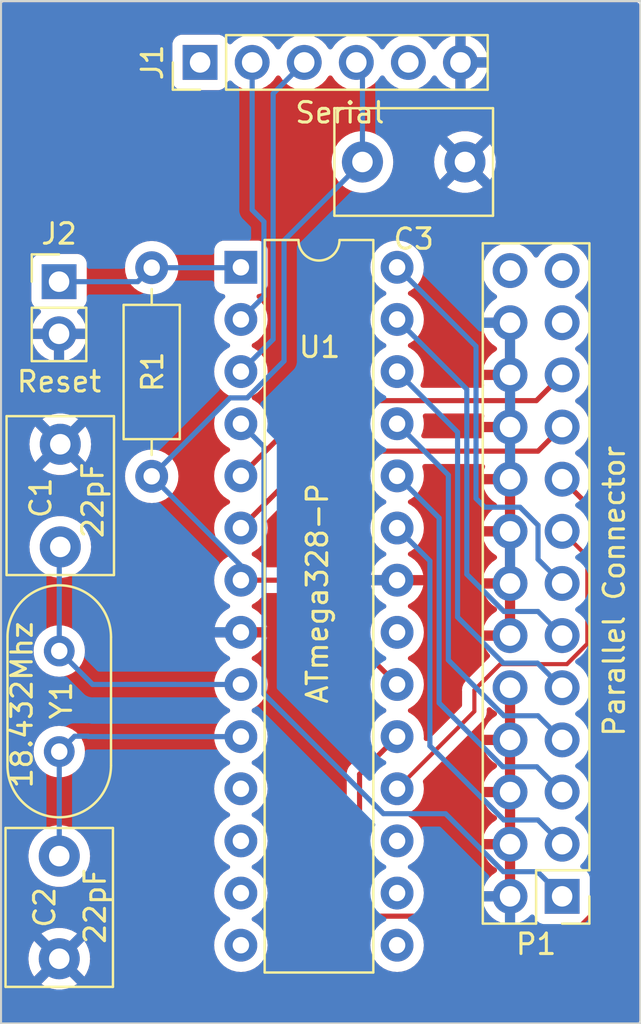
<source format=kicad_pcb>
(kicad_pcb (version 20221018) (generator pcbnew)
  (layers (0 "F.Cu" signal) (31 "B.Cu" signal) (34 "B.Paste" user) (35 "F.Paste" user) (36 "B.SilkS" user "B.Silkscreen") (37 "F.SilkS" user "F.Silkscreen") (38 "B.Mask" user) (39 "F.Mask" user) (44 "Edge.Cuts" user))
  (net 0 "")
  (net 1 "DTR")
  (net 2 "RX")
  (net 3 "TX")
  (net 4 "+5V")
  (net 5 "CTS")
  (net 6 "GND")
  (net 7 "Net-(J2-Pin_1)")
  (net 8 "P_STROBE")
  (net 9 "PD0")
  (net 10 "PD1")
  (net 11 "PD2")
  (net 12 "PD3")
  (net 13 "PD4")
  (net 14 "PD5")
  (net 15 "PD6")
  (net 16 "PD7")
  (net 17 "P_ACK")
  (net 18 "P_BUSY")
  (net 19 "P_PAPER_END")
  (net 21 "P_AUTOFEED")
  (net 22 "Net-(U1-XTAL1{slash}PB6)")
  (net 23 "Net-(U1-XTAL2{slash}PB7)")
  (footprint "Capacitor_THT:C_Disc_D7.5mm_W5.0mm_P5.00mm" (layer "F.Cu") (at 159.54 70.71 180)
    (fp_text reference "C3" (at 2.5 -3.75) (layer "F.SilkS"))
    (fp_text value "0.1uF")
    (fp_line (start -1.37 -2.62) (end -1.37 2.62) (stroke (width 0.12)) (layer "F.SilkS"))
    (fp_line (start -1.37 -2.62) (end 6.37 -2.62) (stroke (width 0.12)) (layer "F.SilkS"))
    (fp_line (start -1.37 2.62) (end 6.37 2.62) (stroke (width 0.12)) (layer "F.SilkS"))
    (fp_line (start 6.37 -2.62) (end 6.37 2.62) (stroke (width 0.12)) (layer "F.SilkS"))
    (pad "1" thru_hole circle (at 0 0 180) (size 2 2) (drill 1) (layers "*.Cu" "*.Mask") (net 6 "GND"))
    (pad "2" thru_hole circle (at 5 0 180) (size 2 2) (drill 1) (layers "*.Cu" "*.Mask") (net 4 "+5V"))
  )
  (footprint "Package_DIP:DIP-28_W7.62mm" (layer "F.Cu") (at 148.61 75.84)
    (fp_text reference "U1" (at 3.84 3.89) (layer "F.SilkS"))
    (fp_text value "ATmega328-P" (at 3.73 15.88 90) (layer "F.SilkS"))
    (fp_line (start 1.16 -1.33) (end 1.16 34.35) (stroke (width 0.12)) (layer "F.SilkS"))
    (fp_line (start 1.16 34.35) (end 6.46 34.35) (stroke (width 0.12)) (layer "F.SilkS"))
    (fp_line (start 2.81 -1.33) (end 1.16 -1.33) (stroke (width 0.12)) (layer "F.SilkS"))
    (fp_line (start 6.46 -1.33) (end 4.81 -1.33) (stroke (width 0.12)) (layer "F.SilkS"))
    (fp_line (start 6.46 34.35) (end 6.46 -1.33) (stroke (width 0.12)) (layer "F.SilkS"))
    (fp_arc (start 4.81 -1.33) (mid 3.81 -0.33) (end 2.81 -1.33) (stroke (width 0.12)) (layer "F.SilkS"))
    (pad "1" thru_hole rect (at 0 0) (size 1.6 1.6) (drill 0.8) (layers "*.Cu" "*.Mask") (net 7 "Net-(J2-Pin_1)"))
    (pad "2" thru_hole oval (at 0 2.54) (size 1.6 1.6) (drill 0.8) (layers "*.Cu" "*.Mask") (net 2 "RX"))
    (pad "3" thru_hole oval (at 0 5.08) (size 1.6 1.6) (drill 0.8) (layers "*.Cu" "*.Mask") (net 3 "TX"))
    (pad "4" thru_hole oval (at 0 7.62) (size 1.6 1.6) (drill 0.8) (layers "*.Cu" "*.Mask") (net 8 "P_STROBE"))
    (pad "5" thru_hole oval (at 0 10.16) (size 1.6 1.6) (drill 0.8) (layers "*.Cu" "*.Mask") (net 18 "P_BUSY"))
    (pad "6" thru_hole oval (at 0 12.7) (size 1.6 1.6) (drill 0.8) (layers "*.Cu" "*.Mask") (net 17 "P_ACK"))
    (pad "7" thru_hole oval (at 0 15.24) (size 1.6 1.6) (drill 0.8) (layers "*.Cu" "*.Mask") (net 4 "+5V"))
    (pad "8" thru_hole oval (at 0 17.78) (size 1.6 1.6) (drill 0.8) (layers "*.Cu" "*.Mask") (net 6 "GND"))
    (pad "9" thru_hole oval (at 0 20.32) (size 1.6 1.6) (drill 0.8) (layers "*.Cu" "*.Mask") (net 22 "Net-(U1-XTAL1{slash}PB6)"))
    (pad "10" thru_hole oval (at 0 22.86) (size 1.6 1.6) (drill 0.8) (layers "*.Cu" "*.Mask") (net 23 "Net-(U1-XTAL2{slash}PB7)"))
    (pad "11" thru_hole oval (at 0 25.4) (size 1.6 1.6) (drill 0.8) (layers "*.Cu" "*.Mask"))
    (pad "12" thru_hole oval (at 0 27.94) (size 1.6 1.6) (drill 0.8) (layers "*.Cu" "*.Mask"))
    (pad "13" thru_hole oval (at 0 30.48) (size 1.6 1.6) (drill 0.8) (layers "*.Cu" "*.Mask"))
    (pad "14" thru_hole oval (at 0 33.02) (size 1.6 1.6) (drill 0.8) (layers "*.Cu" "*.Mask"))
    (pad "15" thru_hole oval (at 7.62 33.02) (size 1.6 1.6) (drill 0.8) (layers "*.Cu" "*.Mask"))
    (pad "16" thru_hole oval (at 7.62 30.48) (size 1.6 1.6) (drill 0.8) (layers "*.Cu" "*.Mask"))
    (pad "17" thru_hole oval (at 7.62 27.94) (size 1.6 1.6) (drill 0.8) (layers "*.Cu" "*.Mask"))
    (pad "18" thru_hole oval (at 7.62 25.4) (size 1.6 1.6) (drill 0.8) (layers "*.Cu" "*.Mask") (net 15 "PD6"))
    (pad "19" thru_hole oval (at 7.62 22.86) (size 1.6 1.6) (drill 0.8) (layers "*.Cu" "*.Mask") (net 16 "PD7"))
    (pad "20" thru_hole oval (at 7.62 20.32) (size 1.6 1.6) (drill 0.8) (layers "*.Cu" "*.Mask") (net 4 "+5V"))
    (pad "21" thru_hole oval (at 7.62 17.78) (size 1.6 1.6) (drill 0.8) (layers "*.Cu" "*.Mask"))
    (pad "22" thru_hole oval (at 7.62 15.24) (size 1.6 1.6) (drill 0.8) (layers "*.Cu" "*.Mask") (net 6 "GND"))
    (pad "23" thru_hole oval (at 7.62 12.7) (size 1.6 1.6) (drill 0.8) (layers "*.Cu" "*.Mask") (net 9 "PD0"))
    (pad "24" thru_hole oval (at 7.62 10.16) (size 1.6 1.6) (drill 0.8) (layers "*.Cu" "*.Mask") (net 10 "PD1"))
    (pad "25" thru_hole oval (at 7.62 7.62) (size 1.6 1.6) (drill 0.8) (layers "*.Cu" "*.Mask") (net 11 "PD2"))
    (pad "26" thru_hole oval (at 7.62 5.08) (size 1.6 1.6) (drill 0.8) (layers "*.Cu" "*.Mask") (net 12 "PD3"))
    (pad "27" thru_hole oval (at 7.62 2.54) (size 1.6 1.6) (drill 0.8) (layers "*.Cu" "*.Mask") (net 13 "PD4"))
    (pad "28" thru_hole oval (at 7.62 0) (size 1.6 1.6) (drill 0.8) (layers "*.Cu" "*.Mask") (net 14 "PD5"))
  )
  (footprint "Resistor_THT:R_Axial_DIN0207_L6.3mm_D2.5mm_P10.16mm_Horizontal" (layer "F.Cu") (at 144.26 86.02 90)
    (fp_text reference "R1" (at 5.09 0.04 90) (layer "F.SilkS"))
    (fp_text value "1k")
    (fp_line (start 1.04 0) (end 1.81 0) (stroke (width 0.12)) (layer "F.SilkS"))
    (fp_line (start 1.81 -1.37) (end 1.81 1.37) (stroke (width 0.12)) (layer "F.SilkS"))
    (fp_line (start 1.81 1.37) (end 8.35 1.37) (stroke (width 0.12)) (layer "F.SilkS"))
    (fp_line (start 8.35 -1.37) (end 1.81 -1.37) (stroke (width 0.12)) (layer "F.SilkS"))
    (fp_line (start 8.35 1.37) (end 8.35 -1.37) (stroke (width 0.12)) (layer "F.SilkS"))
    (fp_line (start 9.12 0) (end 8.35 0) (stroke (width 0.12)) (layer "F.SilkS"))
    (pad "1" thru_hole circle (at 0 0 90) (size 1.6 1.6) (drill 0.8) (layers "*.Cu" "*.Mask") (net 4 "+5V"))
    (pad "2" thru_hole oval (at 10.16 0 90) (size 1.6 1.6) (drill 0.8) (layers "*.Cu" "*.Mask") (net 7 "Net-(J2-Pin_1)"))
  )
  (footprint "Capacitor_THT:C_Disc_D7.5mm_W5.0mm_P5.00mm" (layer "F.Cu") (at 139.8 89.46 90)
    (fp_text reference "C1" (at 2.39 -0.95 90) (layer "F.SilkS"))
    (fp_text value "22pF" (at 2.27 1.59 90) (layer "F.SilkS"))
    (fp_line (start -1.37 -2.62) (end -1.37 2.62) (stroke (width 0.12)) (layer "F.SilkS"))
    (fp_line (start -1.37 -2.62) (end 6.37 -2.62) (stroke (width 0.12)) (layer "F.SilkS"))
    (fp_line (start -1.37 2.62) (end 6.37 2.62) (stroke (width 0.12)) (layer "F.SilkS"))
    (fp_line (start 6.37 -2.62) (end 6.37 2.62) (stroke (width 0.12)) (layer "F.SilkS"))
    (pad "1" thru_hole circle (at 0 0 90) (size 2 2) (drill 1) (layers "*.Cu" "*.Mask") (net 22 "Net-(U1-XTAL1{slash}PB6)"))
    (pad "2" thru_hole circle (at 5 0 90) (size 2 2) (drill 1) (layers "*.Cu" "*.Mask") (net 6 "GND"))
  )
  (footprint "Capacitor_THT:C_Disc_D7.5mm_W5.0mm_P5.00mm" (layer "F.Cu") (at 139.75 104.52 -90)
    (fp_text reference "C2" (at 2.5 0.71 90) (layer "F.SilkS"))
    (fp_text value "22pF" (at 2.43 -1.75 90) (layer "F.SilkS"))
    (fp_line (start -1.37 -2.62) (end -1.37 2.62) (stroke (width 0.12)) (layer "F.SilkS"))
    (fp_line (start -1.37 -2.62) (end 6.37 -2.62) (stroke (width 0.12)) (layer "F.SilkS"))
    (fp_line (start -1.37 2.62) (end 6.37 2.62) (stroke (width 0.12)) (layer "F.SilkS"))
    (fp_line (start 6.37 -2.62) (end 6.37 2.62) (stroke (width 0.12)) (layer "F.SilkS"))
    (pad "1" thru_hole circle (at 0 0 270) (size 2 2) (drill 1) (layers "*.Cu" "*.Mask") (net 23 "Net-(U1-XTAL2{slash}PB7)"))
    (pad "2" thru_hole circle (at 5 0 270) (size 2 2) (drill 1) (layers "*.Cu" "*.Mask") (net 6 "GND"))
  )
  (footprint "Crystal:Crystal_HC18-U_Vertical" (layer "F.Cu") (at 139.75 99.43 90)
    (fp_text reference "Y1" (at 2.49 0.1 90) (layer "F.SilkS"))
    (fp_text value "18.432Mhz" (at 2.28 -1.82 90) (layer "F.SilkS"))
    (fp_line (start -0.675 -2.525) (end 5.575 -2.525) (stroke (width 0.12)) (layer "F.SilkS"))
    (fp_line (start -0.675 2.525) (end 5.575 2.525) (stroke (width 0.12)) (layer "F.SilkS"))
    (fp_arc (start -0.675 2.525) (mid -3.2 0) (end -0.675 -2.525) (stroke (width 0.12)) (layer "F.SilkS"))
    (fp_arc (start 5.575 -2.525) (mid 8.1 0) (end 5.575 2.525) (stroke (width 0.12)) (layer "F.SilkS"))
    (pad "1" thru_hole circle (at 0 0 90) (size 1.5 1.5) (drill 0.8) (layers "*.Cu" "*.Mask") (net 23 "Net-(U1-XTAL2{slash}PB7)"))
    (pad "2" thru_hole circle (at 4.9 0 90) (size 1.5 1.5) (drill 0.8) (layers "*.Cu" "*.Mask") (net 22 "Net-(U1-XTAL1{slash}PB6)"))
  )
  (footprint "Connector_PinHeader_2.54mm:PinHeader_1x02_P2.54mm_Vertical" (layer "F.Cu") (at 139.74 76.54)
    (fp_text reference "J2" (at 0 -2.33) (layer "F.SilkS"))
    (fp_text value "Reset" (at 0 4.87) (layer "F.SilkS"))
    (fp_line (start -1.33 -1.33) (end 0 -1.33) (stroke (width 0.12)) (layer "F.SilkS"))
    (fp_line (start -1.33 0) (end -1.33 -1.33) (stroke (width 0.12)) (layer "F.SilkS"))
    (fp_line (start -1.33 1.27) (end -1.33 3.87) (stroke (width 0.12)) (layer "F.SilkS"))
    (fp_line (start -1.33 1.27) (end 1.33 1.27) (stroke (width 0.12)) (layer "F.SilkS"))
    (fp_line (start -1.33 3.87) (end 1.33 3.87) (stroke (width 0.12)) (layer "F.SilkS"))
    (fp_line (start 1.33 1.27) (end 1.33 3.87) (stroke (width 0.12)) (layer "F.SilkS"))
    (pad "1" thru_hole rect (at 0 0) (size 1.7 1.7) (drill 1) (layers "*.Cu" "*.Mask") (net 7 "Net-(J2-Pin_1)"))
    (pad "2" thru_hole oval (at 0 2.54) (size 1.7 1.7) (drill 1) (layers "*.Cu" "*.Mask") (net 6 "GND"))
  )
  (footprint "Connector_PinHeader_2.54mm:PinHeader_1x06_P2.54mm_Vertical" (layer "F.Cu") (at 146.62 65.86 90)
    (fp_text reference "J1" (at 0 -2.33 90) (layer "F.SilkS"))
    (fp_text value "Serial" (at -2.45 6.82) (layer "F.SilkS"))
    (fp_line (start -1.33 -1.33) (end 0 -1.33) (stroke (width 0.12)) (layer "F.SilkS"))
    (fp_line (start -1.33 0) (end -1.33 -1.33) (stroke (width 0.12)) (layer "F.SilkS"))
    (fp_line (start -1.33 1.27) (end -1.33 14.03) (stroke (width 0.12)) (layer "F.SilkS"))
    (fp_line (start -1.33 1.27) (end 1.33 1.27) (stroke (width 0.12)) (layer "F.SilkS"))
    (fp_line (start -1.33 14.03) (end 1.33 14.03) (stroke (width 0.12)) (layer "F.SilkS"))
    (fp_line (start 1.33 1.27) (end 1.33 14.03) (stroke (width 0.12)) (layer "F.SilkS"))
    (pad "1" thru_hole rect (at 0 0 90) (size 1.7 1.7) (drill 1) (layers "*.Cu" "*.Mask") (net 1 "DTR"))
    (pad "2" thru_hole oval (at 0 2.54 90) (size 1.7 1.7) (drill 1) (layers "*.Cu" "*.Mask") (net 2 "RX"))
    (pad "3" thru_hole oval (at 0 5.08 90) (size 1.7 1.7) (drill 1) (layers "*.Cu" "*.Mask") (net 3 "TX"))
    (pad "4" thru_hole oval (at 0 7.62 90) (size 1.7 1.7) (drill 1) (layers "*.Cu" "*.Mask") (net 4 "+5V"))
    (pad "5" thru_hole oval (at 0 10.16 90) (size 1.7 1.7) (drill 1) (layers "*.Cu" "*.Mask") (net 5 "CTS"))
    (pad "6" thru_hole oval (at 0 12.7 90) (size 1.7 1.7) (drill 1) (layers "*.Cu" "*.Mask") (net 6 "GND"))
  )
  (footprint "apple2:Parallel Connector" (layer "F.Cu") (at 164.28 106.48 180)
    (fp_text reference "P1" (at 1.27 -2.33) (layer "F.SilkS"))
    (fp_text value "Parallel Connector" (at -2.54 14.87 90) (layer "F.SilkS"))
    (fp_line (start -1.33 -1.33) (end 0 -1.33) (stroke (width 0.12)) (layer "F.SilkS"))
    (fp_line (start -1.33 0) (end -1.33 -1.33) (stroke (width 0.12)) (layer "F.SilkS"))
    (fp_line (start -1.33 1.27) (end -1.33 31.81) (stroke (width 0.12)) (layer "F.SilkS"))
    (fp_line (start -1.33 1.27) (end 1.27 1.27) (stroke (width 0.12)) (layer "F.SilkS"))
    (fp_line (start -1.33 31.81) (end 3.87 31.81) (stroke (width 0.12)) (layer "F.SilkS"))
    (fp_line (start 1.27 -1.33) (end 3.87 -1.33) (stroke (width 0.12)) (layer "F.SilkS"))
    (fp_line (start 1.27 1.27) (end 1.27 -1.33) (stroke (width 0.12)) (layer "F.SilkS"))
    (fp_line (start 3.87 -1.33) (end 3.87 31.81) (stroke (width 0.12)) (layer "F.SilkS"))
    (pad "1" thru_hole rect (at 0 0 180) (size 1.7 1.7) (drill 1) (layers "*.Cu" "*.Mask") (net 8 "P_STROBE"))
    (pad "2" thru_hole oval (at 0 2.54 180) (size 1.7 1.7) (drill 1) (layers "*.Cu" "*.Mask") (net 9 "PD0"))
    (pad "3" thru_hole oval (at 0 5.08 180) (size 1.7 1.7) (drill 1) (layers "*.Cu" "*.Mask") (net 10 "PD1"))
    (pad "4" thru_hole oval (at 0 7.62 180) (size 1.7 1.7) (drill 1) (layers "*.Cu" "*.Mask") (net 11 "PD2"))
    (pad "5" thru_hole oval (at 0 10.16 180) (size 1.7 1.7) (drill 1) (layers "*.Cu" "*.Mask") (net 12 "PD3"))
    (pad "6" thru_hole oval (at 0 12.7 180) (size 1.7 1.7) (drill 1) (layers "*.Cu" "*.Mask") (net 13 "PD4"))
    (pad "7" thru_hole oval (at 0 15.24 180) (size 1.7 1.7) (drill 1) (layers "*.Cu" "*.Mask") (net 14 "PD5"))
    (pad "8" thru_hole oval (at 0 17.78 180) (size 1.7 1.7) (drill 1) (layers "*.Cu" "*.Mask") (net 15 "PD6"))
    (pad "9" thru_hole oval (at 0 20.32 180) (size 1.7 1.7) (drill 1) (layers "*.Cu" "*.Mask") (net 16 "PD7"))
    (pad "10" thru_hole oval (at 0 22.86 180) (size 1.7 1.7) (drill 1) (layers "*.Cu" "*.Mask") (net 17 "P_ACK"))
    (pad "11" thru_hole oval (at 0 25.4 180) (size 1.7 1.7) (drill 1) (layers "*.Cu" "*.Mask") (net 18 "P_BUSY"))
    (pad "12" thru_hole oval (at 0 27.94 180) (size 1.7 1.7) (drill 1) (layers "*.Cu" "*.Mask") (net 19 "P_PAPER_END"))
    (pad "13" thru_hole oval (at 0 30.48 180) (size 1.7 1.7) (drill 1) (layers "*.Cu" "*.Mask"))
    (pad "14" thru_hole oval (at 2.54 0 180) (size 1.7 1.7) (drill 1) (layers "*.Cu" "*.Mask") (net 6 "GND"))
    (pad "15" thru_hole oval (at 2.54 2.54 180) (size 1.7 1.7) (drill 1) (layers "*.Cu" "*.Mask") (net 6 "GND"))
    (pad "16" thru_hole oval (at 2.54 5.08 180) (size 1.7 1.7) (drill 1) (layers "*.Cu" "*.Mask") (net 6 "GND"))
    (pad "17" thru_hole oval (at 2.54 7.62 180) (size 1.7 1.7) (drill 1) (layers "*.Cu" "*.Mask") (net 6 "GND"))
    (pad "18" thru_hole oval (at 2.54 10.16 180) (size 1.7 1.7) (drill 1) (layers "*.Cu" "*.Mask") (net 6 "GND"))
    (pad "19" thru_hole oval (at 2.54 12.7 180) (size 1.7 1.7) (drill 1) (layers "*.Cu" "*.Mask") (net 6 "GND"))
    (pad "20" thru_hole oval (at 2.54 15.24 180) (size 1.7 1.7) (drill 1) (layers "*.Cu" "*.Mask") (net 6 "GND"))
    (pad "21" thru_hole oval (at 2.54 17.78 180) (size 1.7 1.7) (drill 1) (layers "*.Cu" "*.Mask") (net 6 "GND"))
    (pad "22" thru_hole oval (at 2.54 20.32 180) (size 1.7 1.7) (drill 1) (layers "*.Cu" "*.Mask") (net 6 "GND"))
    (pad "23" thru_hole oval (at 2.54 22.86 180) (size 1.7 1.7) (drill 1) (layers "*.Cu" "*.Mask") (net 6 "GND"))
    (pad "24" thru_hole oval (at 2.54 25.4 180) (size 1.7 1.7) (drill 1) (layers "*.Cu" "*.Mask") (net 6 "GND"))
    (pad "25" thru_hole oval (at 2.54 27.94 180) (size 1.7 1.7) (drill 1) (layers "*.Cu" "*.Mask") (net 6 "GND"))
    (pad "26" thru_hole oval (at 2.54 30.48 180) (size 1.7 1.7) (drill 1) (layers "*.Cu" "*.Mask") (net 21 "P_AUTOFEED"))
  )
  (gr_rect (start 136.91 62.87) (end 168.1 112.67) (stroke (width 0.1)) (fill none) (layer "Edge.Cuts"))
  (segment (start 148.61 78.38) (end 149.735 77.255) (width 0.25) (layer "B.Cu") (net 2))
  (segment (start 149.735 77.255) (end 149.735 73.62) (width 0.25) (layer "B.Cu") (net 2))
  (segment (start 149.16 73.045) (end 149.16 65.86) (width 0.25) (layer "B.Cu") (net 2))
  (segment (start 149.735 73.62) (end 149.16 73.045) (width 0.25) (layer "B.Cu") (net 2))
  (segment (start 150.185 76.04) (end 150.185 70.385) (width 0.25) (layer "B.Cu") (net 3))
  (segment (start 150.185 79.345) (end 150.185 76.04) (width 0.25) (layer "B.Cu") (net 3))
  (segment (start 150.185 76.04) (end 150.185 67.375) (width 0.25) (layer "B.Cu") (net 3))
  (segment (start 150.185 67.375) (end 151.7 65.86) (width 0.25) (layer "B.Cu") (net 3))
  (segment (start 148.61 80.92) (end 150.185 79.345) (width 0.25) (layer "B.Cu") (net 3))
  (segment (start 148.61 91.08) (end 151.15 91.08) (width 0.25) (layer "F.Cu") (net 4))
  (segment (start 151.15 91.08) (end 156.23 96.16) (width 0.25) (layer "F.Cu") (net 4))
  (segment (start 150.715496 80.405496) (end 150.715496 74.534504) (width 0.25) (layer "B.Cu") (net 4))
  (segment (start 154.54 66.16) (end 154.24 65.86) (width 0.25) (layer "B.Cu") (net 4))
  (segment (start 154.54 70.71) (end 154.54 66.16) (width 0.25) (layer "B.Cu") (net 4))
  (segment (start 148.920991 82.2) (end 150.715496 80.405496) (width 0.25) (layer "B.Cu") (net 4))
  (segment (start 150.715496 74.534504) (end 154.54 70.71) (width 0.25) (layer "B.Cu") (net 4))
  (segment (start 148.61 90.37) (end 148.61 91.08) (width 0.25) (layer "B.Cu") (net 4))
  (segment (start 148.08 82.2) (end 148.920991 82.2) (width 0.25) (layer "B.Cu") (net 4))
  (segment (start 144.26 86.02) (end 148.08 82.2) (width 0.25) (layer "B.Cu") (net 4))
  (segment (start 144.26 86.02) (end 148.61 90.37) (width 0.25) (layer "B.Cu") (net 4))
  (segment (start 144.26 75.86) (end 148.59 75.86) (width 0.25) (layer "B.Cu") (net 7))
  (segment (start 139.74 76.54) (end 143.58 76.54) (width 0.25) (layer "B.Cu") (net 7))
  (segment (start 143.58 76.54) (end 144.26 75.86) (width 0.25) (layer "B.Cu") (net 7))
  (segment (start 155.564504 102.455496) (end 149.735 96.625991) (width 0.25) (layer "B.Cu") (net 8))
  (segment (start 161.418299 105.28) (end 158.593796 102.455496) (width 0.25) (layer "B.Cu") (net 8))
  (segment (start 164.28 106.48) (end 163.08 105.28) (width 0.25) (layer "B.Cu") (net 8))
  (segment (start 158.593796 102.455496) (end 155.564504 102.455496) (width 0.25) (layer "B.Cu") (net 8))
  (segment (start 149.735 96.625991) (end 149.735 84.585) (width 0.25) (layer "B.Cu") (net 8))
  (segment (start 163.08 105.28) (end 161.418299 105.28) (width 0.25) (layer "B.Cu") (net 8))
  (segment (start 149.735 84.585) (end 148.61 83.46) (width 0.25) (layer "B.Cu") (net 8))
  (segment (start 161.438299 102.76) (end 163.1 102.76) (width 0.25) (layer "B.Cu") (net 9))
  (segment (start 157.83 99.151701) (end 161.438299 102.76) (width 0.25) (layer "B.Cu") (net 9))
  (segment (start 156.23 88.54) (end 157.83 90.14) (width 0.25) (layer "B.Cu") (net 9))
  (segment (start 163.1 102.76) (end 164.28 103.94) (width 0.25) (layer "B.Cu") (net 9))
  (segment (start 157.83 90.14) (end 157.83 99.151701) (width 0.25) (layer "B.Cu") (net 9))
  (segment (start 158.28 88.05) (end 158.28 97.061701) (width 0.25) (layer "B.Cu") (net 10))
  (segment (start 158.28 97.061701) (end 161.388299 100.17) (width 0.25) (layer "B.Cu") (net 10))
  (segment (start 156.23 86) (end 158.28 88.05) (width 0.25) (layer "B.Cu") (net 10))
  (segment (start 161.388299 100.17) (end 163.05 100.17) (width 0.25) (layer "B.Cu") (net 10))
  (segment (start 163.05 100.17) (end 164.28 101.4) (width 0.25) (layer "B.Cu") (net 10))
  (segment (start 161.443299 97.685) (end 163.105 97.685) (width 0.25) (layer "B.Cu") (net 11))
  (segment (start 156.23 83.46) (end 158.73 85.96) (width 0.25) (layer "B.Cu") (net 11))
  (segment (start 158.73 94.971701) (end 161.443299 97.685) (width 0.25) (layer "B.Cu") (net 11))
  (segment (start 158.73 85.96) (end 158.73 94.971701) (width 0.25) (layer "B.Cu") (net 11))
  (segment (start 163.105 97.685) (end 164.28 98.86) (width 0.25) (layer "B.Cu") (net 11))
  (segment (start 159.18 92.881701) (end 161.418299 95.12) (width 0.25) (layer "B.Cu") (net 12))
  (segment (start 161.418299 95.12) (end 163.08 95.12) (width 0.25) (layer "B.Cu") (net 12))
  (segment (start 156.23 80.92) (end 159.18 83.87) (width 0.25) (layer "B.Cu") (net 12))
  (segment (start 159.18 83.87) (end 159.18 92.881701) (width 0.25) (layer "B.Cu") (net 12))
  (segment (start 163.08 95.12) (end 164.28 96.32) (width 0.25) (layer "B.Cu") (net 12))
  (segment (start 159.63 81.78) (end 156.23 78.38) (width 0.25) (layer "B.Cu") (net 13))
  (segment (start 161.443299 92.605) (end 159.63 90.791701) (width 0.25) (layer "B.Cu") (net 13))
  (segment (start 159.63 90.791701) (end 159.63 81.78) (width 0.25) (layer "B.Cu") (net 13))
  (segment (start 164.28 93.78) (end 163.105 92.605) (width 0.25) (layer "B.Cu") (net 13))
  (segment (start 163.105 92.605) (end 161.443299 92.605) (width 0.25) (layer "B.Cu") (net 13))
  (segment (start 163.105 88.403299) (end 162.226701 87.525) (width 0.25) (layer "B.Cu") (net 14))
  (segment (start 160.08 79.69) (end 156.23 75.84) (width 0.25) (layer "B.Cu") (net 14))
  (segment (start 160.505 87.525) (end 160.08 87.1) (width 0.25) (layer "B.Cu") (net 14))
  (segment (start 164.28 91.24) (end 163.105 90.065) (width 0.25) (layer "B.Cu") (net 14))
  (segment (start 163.105 90.065) (end 163.105 88.403299) (width 0.25) (layer "B.Cu") (net 14))
  (segment (start 160.08 87.1) (end 160.08 79.69) (width 0.25) (layer "B.Cu") (net 14))
  (segment (start 162.226701 87.525) (end 160.505 87.525) (width 0.25) (layer "B.Cu") (net 14))
  (segment (start 164.516346 95.17) (end 165.51 94.176346) (width 0.2) (layer "F.Cu") (net 15))
  (segment (start 165.51 89.93) (end 164.28 88.7) (width 0.2) (layer "F.Cu") (net 15))
  (segment (start 156.23 101.24) (end 160 97.47) (width 0.2) (layer "F.Cu") (net 15))
  (segment (start 160 97.47) (end 160 96.433654) (width 0.2) (layer "F.Cu") (net 15))
  (segment (start 165.51 94.176346) (end 165.51 89.93) (width 0.2) (layer "F.Cu") (net 15))
  (segment (start 160 96.433654) (end 161.263654 95.17) (width 0.2) (layer "F.Cu") (net 15))
  (segment (start 161.263654 95.17) (end 164.516346 95.17) (width 0.2) (layer "F.Cu") (net 15))
  (segment (start 164.44 108.67) (end 166.53 106.58) (width 0.25) (layer "F.Cu") (net 16))
  (segment (start 154.4 107.17) (end 154.675 107.445) (width 0.25) (layer "F.Cu") (net 16))
  (segment (start 156.23 98.7) (end 154.4 100.53) (width 0.25) (layer "F.Cu") (net 16))
  (segment (start 159.53 108.67) (end 164.44 108.67) (width 0.25) (layer "F.Cu") (net 16))
  (segment (start 166.53 88.41) (end 164.28 86.16) (width 0.25) (layer "F.Cu") (net 16))
  (segment (start 154.675 107.445) (end 158.305 107.445) (width 0.25) (layer "F.Cu") (net 16))
  (segment (start 158.305 107.445) (end 159.53 108.67) (width 0.25) (layer "F.Cu") (net 16))
  (segment (start 166.53 106.58) (end 166.53 88.41) (width 0.25) (layer "F.Cu") (net 16))
  (segment (start 154.4 100.53) (end 154.4 107.17) (width 0.25) (layer "F.Cu") (net 16))
  (segment (start 148.61 88.54) (end 152.355 84.795) (width 0.25) (layer "F.Cu") (net 17))
  (segment (start 152.355 84.795) (end 163.105 84.795) (width 0.25) (layer "F.Cu") (net 17))
  (segment (start 163.105 84.795) (end 164.28 83.62) (width 0.25) (layer "F.Cu") (net 17))
  (segment (start 163.025 82.335) (end 164.28 81.08) (width 0.25) (layer "F.Cu") (net 18))
  (segment (start 152.275 82.335) (end 163.025 82.335) (width 0.25) (layer "F.Cu") (net 18))
  (segment (start 148.61 86) (end 152.275 82.335) (width 0.25) (layer "F.Cu") (net 18))
  (segment (start 139.75 89.51) (end 139.8 89.46) (width 0.25) (layer "B.Cu") (net 22))
  (segment (start 139.75 94.53) (end 139.75 89.51) (width 0.25) (layer "B.Cu") (net 22))
  (segment (start 145.42 96.16) (end 141.38 96.16) (width 0.25) (layer "B.Cu") (net 22))
  (segment (start 142.92 96.16) (end 145.42 96.16) (width 0.25) (layer "B.Cu") (net 22))
  (segment (start 145.42 96.16) (end 148.61 96.16) (width 0.25) (layer "B.Cu") (net 22))
  (segment (start 141.38 96.16) (end 139.75 94.53) (width 0.25) (layer "B.Cu") (net 22))
  (segment (start 139.75 99.43) (end 140.5 98.68) (width 0.25) (layer "B.Cu") (net 23))
  (segment (start 143.69 98.7) (end 141.94 98.7) (width 0.25) (layer "B.Cu") (net 23))
  (segment (start 141.18 98.7) (end 148.61 98.7) (width 0.25) (layer "B.Cu") (net 23))
  (segment (start 139.75 99.43) (end 139.75 104.52) (width 0.25) (layer "B.Cu") (net 23))
  (segment (start 140.5 98.68) (end 141.16 98.68) (width 0.25) (layer "B.Cu") (net 23))
  (segment (start 141.16 98.68) (end 141.18 98.7) (width 0.25) (layer "B.Cu") (net 23))
  (segment (start 148.61 98.7) (end 143.69 98.7) (width 0.25) (layer "B.Cu") (net 23))
  (zone (net 6) (net_name "GND") (layers "F&B.Cu") (connect_pads (clearance 0.5)) (min_thickness 0.25) (fill yes (thermal_gap 0.5) (thermal_bridge_width 0.5))
    (polygon (pts (xy 136.91 62.93) (xy 168.04 62.93) (xy 168.04 112.67) (xy 136.97 112.67) (xy 136.91 112.61) (xy 136.91 66.06)))
  )
)
</source>
